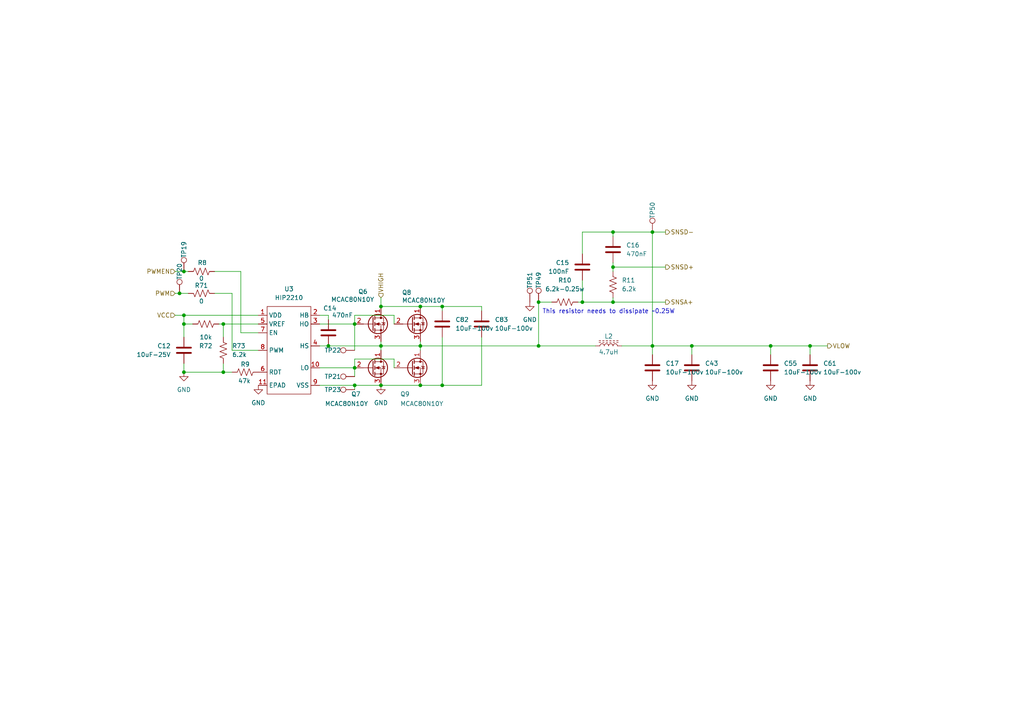
<source format=kicad_sch>
(kicad_sch (version 20231120) (generator "eeschema") (generator_version "8.0")
  (paper "A4")
  (lib_symbols
    (symbol "Connector:TestPoint" (pin_numbers hide) (pin_names (offset 0.762) hide)
      (property "Reference" "TP" (at 0 6.858 0))
      (property "Value" "TestPoint" (at 0 5.08 0))
      (symbol "TestPoint_0_1"
        (circle (center 0 3.302) (radius 0.762))
      )
      (symbol "TestPoint_1_1"
        (pin passive line (at 0 0 90) (length 2.54) (name "1") (number "1"))
      )
    )
    (symbol "Device:C" (pin_numbers hide) (pin_names (offset 0.254))
      (property "Reference" "C" (at 0.635 2.54 0))
      (property "Value" "C" (at 0.635 -2.54 0))
      (symbol "C_0_1"
        (polyline (pts (xy -2.032 -0.762) (xy 2.032 -0.762)) (stroke (width 0.508)))
        (polyline (pts (xy -2.032 0.762) (xy 2.032 0.762)) (stroke (width 0.508)))
      )
      (symbol "C_1_1"
        (pin passive line (at 0 3.81 270) (length 2.794) (name "~") (number "1"))
        (pin passive line (at 0 -3.81 90) (length 2.794) (name "~") (number "2"))
      )
    )
    (symbol "Device:L_Ferrite" (pin_numbers hide) (pin_names (offset 1.016) hide)
      (property "Reference" "L" (at -1.27 0 90))
      (property "Value" "L_Ferrite" (at 2.794 0 90))
      (symbol "L_Ferrite_0_1"
        (arc (start 0 -2.54) (mid 0.6323 -1.905) (end 0 -1.27))
        (arc (start 0 -1.27) (mid 0.6323 -0.635) (end 0 0))
        (polyline (pts (xy 1.016 -2.794) (xy 1.016 -2.286)))
        (polyline (pts (xy 1.016 -1.778) (xy 1.016 -1.27)))
        (polyline (pts (xy 1.016 -0.762) (xy 1.016 -0.254)))
        (polyline (pts (xy 1.016 0.254) (xy 1.016 0.762)))
        (polyline (pts (xy 1.016 1.27) (xy 1.016 1.778)))
        (polyline (pts (xy 1.016 2.286) (xy 1.016 2.794)))
        (polyline (pts (xy 1.524 -2.286) (xy 1.524 -2.794)))
        (polyline (pts (xy 1.524 -1.27) (xy 1.524 -1.778)))
        (polyline (pts (xy 1.524 -0.254) (xy 1.524 -0.762)))
        (polyline (pts (xy 1.524 0.762) (xy 1.524 0.254)))
        (polyline (pts (xy 1.524 1.778) (xy 1.524 1.27)))
        (polyline (pts (xy 1.524 2.794) (xy 1.524 2.286)))
        (arc (start 0 0) (mid 0.6323 0.635) (end 0 1.27))
        (arc (start 0 1.27) (mid 0.6323 1.905) (end 0 2.54))
      )
      (symbol "L_Ferrite_1_1"
        (pin passive line (at 0 3.81 270) (length 1.27) (name "1") (number "1"))
        (pin passive line (at 0 -3.81 90) (length 1.27) (name "2") (number "2"))
      )
    )
    (symbol "Device:R_US" (pin_numbers hide) (pin_names (offset 0))
      (property "Reference" "R" (at 2.54 0 90))
      (property "Value" "R_US" (at -2.54 0 90))
      (symbol "R_US_0_1"
        (polyline (pts (xy 0 -2.286) (xy 0 -2.54)))
        (polyline (pts (xy 0 2.286) (xy 0 2.54)))
        (polyline (pts (xy 0 -0.762) (xy 1.016 -1.143) (xy 0 -1.524) (xy -1.016 -1.905) (xy 0 -2.286)))
        (polyline (pts (xy 0 0.762) (xy 1.016 0.381) (xy 0 0) (xy -1.016 -0.381) (xy 0 -0.762)))
        (polyline (pts (xy 0 2.286) (xy 1.016 1.905) (xy 0 1.524) (xy -1.016 1.143) (xy 0 0.762)))
      )
      (symbol "R_US_1_1"
        (pin passive line (at 0 3.81 270) (length 1.27) (name "~") (number "1"))
        (pin passive line (at 0 -3.81 90) (length 1.27) (name "~") (number "2"))
      )
    )
    (symbol "GateDrivers:HIP2210"
      (property "Reference" "U?" (at -5.588 12.7 0))
      (property "Value" "HIP2210" (at 2.54 12.446 0))
      (symbol "HIP2210_0_1"
        (rectangle (start -6.35 11.43) (end 6.35 -13.97))
      )
      (symbol "HIP2210_1_1"
        (pin power_in line (at -8.89 8.89 0) (length 2.54) (name "VDD") (number "1"))
        (pin output line (at 8.89 -6.35 180) (length 2.54) (name "LO") (number "10"))
        (pin passive line (at -8.89 -11.43 0) (length 2.54) (name "EPAD") (number "11"))
        (pin output line (at 8.89 8.89 180) (length 2.54) (name "HB") (number "2"))
        (pin output line (at 8.89 6.35 180) (length 2.54) (name "HO") (number "3"))
        (pin input line (at 8.89 0 180) (length 2.54) (name "HS") (number "4"))
        (pin power_in line (at -8.89 6.35 0) (length 2.54) (name "VREF") (number "5"))
        (pin input line (at -8.89 -7.62 0) (length 2.54) (name "RDT") (number "6"))
        (pin input line (at -8.89 3.81 0) (length 2.54) (name "EN") (number "7"))
        (pin input line (at -8.89 -1.27 0) (length 2.54) (name "PWM") (number "8"))
        (pin input line (at 8.89 -11.43 180) (length 2.54) (name "VSS") (number "9"))
      )
    )
    (symbol "ProjectMosfets:MCAC80N10Y" (pin_names (offset 0) hide)
      (property "Reference" "Q" (at 5.08 1.27 0))
      (property "Value" "MCAC80N10Y" (at 5.08 -1.27 0))
      (symbol "MCAC80N10Y_0_1"
        (polyline (pts (xy 0.254 0) (xy -2.54 0)))
        (polyline (pts (xy 0.254 1.905) (xy 0.254 -1.905)) (stroke (width 0.254)))
        (polyline (pts (xy 0.762 -1.27) (xy 0.762 -2.286)) (stroke (width 0.254)))
        (polyline (pts (xy 0.762 0.508) (xy 0.762 -0.508)) (stroke (width 0.254)))
        (polyline (pts (xy 0.762 2.286) (xy 0.762 1.27)) (stroke (width 0.254)))
        (polyline (pts (xy 2.54 2.54) (xy 2.54 1.778)))
        (polyline (pts (xy 2.54 -2.54) (xy 2.54 0) (xy 0.762 0)))
        (polyline (pts (xy 0.762 -1.778) (xy 3.302 -1.778) (xy 3.302 1.778) (xy 0.762 1.778)))
        (polyline (pts (xy 1.016 0) (xy 2.032 0.381) (xy 2.032 -0.381) (xy 1.016 0)) (fill (type outline)))
        (polyline (pts (xy 2.794 0.508) (xy 2.921 0.381) (xy 3.683 0.381) (xy 3.81 0.254)))
        (polyline (pts (xy 3.302 0.381) (xy 2.921 -0.254) (xy 3.683 -0.254) (xy 3.302 0.381)))
        (circle (center 1.651 0) (radius 2.794) (stroke (width 0.254)))
        (circle (center 2.54 -1.778) (radius 0.254) (fill (type outline)))
        (circle (center 2.54 1.778) (radius 0.254) (fill (type outline)))
      )
      (symbol "MCAC80N10Y_1_1"
        (pin passive line (at 2.54 5.08 270) (length 2.54) (name "D") (number "1"))
        (pin input line (at -5.08 0 0) (length 2.54) (name "G") (number "2"))
        (pin passive line (at 2.54 -5.08 90) (length 2.54) (name "S") (number "3"))
      )
    )
    (symbol "power:GND" (power) (pin_names (offset 0))
      (property "Value" "GND" (at 0 -3.81 0))
      (symbol "GND_0_1"
        (polyline (pts (xy 0 0) (xy 0 -1.27) (xy 1.27 -1.27) (xy 0 -2.54) (xy -1.27 -1.27) (xy 0 -1.27)))
      )
      (symbol "GND_1_1"
        (pin power_in line (at 0 0 270) (length 0) hide (name "GND") (number "1"))
      )
    )
  )
  (junction (at 121.92 100.33))
  (junction (at 53.34 107.95))
  (junction (at 156.21 87.63))
  (junction (at 102.87 93.98))
  (junction (at 53.34 78.74))
  (junction (at 156.21 100.33))
  (junction (at 102.87 111.76))
  (junction (at 128.27 111.76))
  (junction (at 128.27 88.9))
  (junction (at 110.49 100.33))
  (junction (at 168.91 87.63))
  (junction (at 53.34 93.98))
  (junction (at 64.77 93.98))
  (junction (at 121.92 88.9))
  (junction (at 64.77 107.95))
  (junction (at 95.25 100.33))
  (junction (at 177.8 67.31))
  (junction (at 189.23 67.31))
  (junction (at 53.34 91.44))
  (junction (at 110.49 88.9))
  (junction (at 223.52 100.33))
  (junction (at 121.92 111.76))
  (junction (at 177.8 87.63))
  (junction (at 110.49 111.76))
  (junction (at 52.07 85.09))
  (junction (at 200.66 100.33))
  (junction (at 102.87 106.68))
  (junction (at 234.95 100.33))
  (junction (at 189.23 100.33))
  (junction (at 177.8 77.47))
  (wire (pts (xy 53.34 91.44) (xy 74.93 91.44)))
  (wire (pts (xy 53.34 78.74) (xy 54.61 78.74)))
  (wire (pts (xy 102.87 93.98) (xy 102.87 101.6)))
  (wire (pts (xy 50.8 91.44) (xy 53.34 91.44)))
  (wire (pts (xy 200.66 100.33) (xy 200.66 102.87)))
  (wire (pts (xy 189.23 67.31) (xy 189.23 100.33)))
  (wire (pts (xy 121.92 99.06) (xy 121.92 100.33)))
  (wire (pts (xy 139.7 90.17) (xy 139.7 88.9)))
  (wire (pts (xy 234.95 100.33) (xy 240.03 100.33)))
  (wire (pts (xy 110.49 88.9) (xy 121.92 88.9)))
  (wire (pts (xy 177.8 67.31) (xy 177.8 68.58)))
  (wire (pts (xy 168.91 87.63) (xy 177.8 87.63)))
  (wire (pts (xy 62.23 85.09) (xy 67.31 85.09)))
  (wire (pts (xy 95.25 100.33) (xy 110.49 100.33)))
  (wire (pts (xy 95.25 91.44) (xy 95.25 92.71)))
  (wire (pts (xy 63.5 93.98) (xy 64.77 93.98)))
  (wire (pts (xy 177.8 87.63) (xy 193.04 87.63)))
  (wire (pts (xy 189.23 67.31) (xy 177.8 67.31)))
  (wire (pts (xy 223.52 100.33) (xy 223.52 102.87)))
  (wire (pts (xy 110.49 100.33) (xy 110.49 101.6)))
  (wire (pts (xy 110.49 111.76) (xy 121.92 111.76)))
  (wire (pts (xy 160.02 87.63) (xy 156.21 87.63)))
  (wire (pts (xy 92.71 100.33) (xy 95.25 100.33)))
  (wire (pts (xy 128.27 90.17) (xy 128.27 88.9)))
  (wire (pts (xy 69.85 96.52) (xy 74.93 96.52)))
  (wire (pts (xy 92.71 106.68) (xy 102.87 106.68)))
  (wire (pts (xy 114.3 93.98) (xy 114.3 91.44)))
  (wire (pts (xy 128.27 97.79) (xy 128.27 111.76)))
  (wire (pts (xy 200.66 100.33) (xy 223.52 100.33)))
  (wire (pts (xy 234.95 100.33) (xy 234.95 102.87)))
  (wire (pts (xy 102.87 111.76) (xy 102.87 113.03)))
  (wire (pts (xy 114.3 106.68) (xy 114.3 104.14)))
  (wire (pts (xy 64.77 93.98) (xy 64.77 97.79)))
  (wire (pts (xy 102.87 106.68) (xy 102.87 109.22)))
  (wire (pts (xy 114.3 91.44) (xy 102.87 91.44)))
  (wire (pts (xy 53.34 93.98) (xy 55.88 93.98)))
  (wire (pts (xy 64.77 107.95) (xy 67.31 107.95)))
  (wire (pts (xy 67.31 85.09) (xy 67.31 101.6)))
  (wire (pts (xy 156.21 87.63) (xy 156.21 100.33)))
  (wire (pts (xy 53.34 105.41) (xy 53.34 107.95)))
  (wire (pts (xy 121.92 100.33) (xy 121.92 101.6)))
  (wire (pts (xy 110.49 99.06) (xy 110.49 100.33)))
  (wire (pts (xy 92.71 111.76) (xy 102.87 111.76)))
  (wire (pts (xy 62.23 78.74) (xy 69.85 78.74)))
  (wire (pts (xy 168.91 81.28) (xy 168.91 87.63)))
  (wire (pts (xy 168.91 67.31) (xy 168.91 73.66)))
  (wire (pts (xy 53.34 107.95) (xy 64.77 107.95)))
  (wire (pts (xy 189.23 100.33) (xy 189.23 102.87)))
  (wire (pts (xy 53.34 93.98) (xy 53.34 97.79)))
  (wire (pts (xy 177.8 67.31) (xy 168.91 67.31)))
  (wire (pts (xy 128.27 88.9) (xy 139.7 88.9)))
  (wire (pts (xy 121.92 88.9) (xy 128.27 88.9)))
  (wire (pts (xy 110.49 86.36) (xy 110.49 88.9)))
  (wire (pts (xy 53.34 91.44) (xy 53.34 93.98)))
  (wire (pts (xy 52.07 85.09) (xy 54.61 85.09)))
  (wire (pts (xy 50.8 85.09) (xy 52.07 85.09)))
  (wire (pts (xy 156.21 100.33) (xy 172.72 100.33)))
  (wire (pts (xy 139.7 111.76) (xy 128.27 111.76)))
  (wire (pts (xy 177.8 86.36) (xy 177.8 87.63)))
  (wire (pts (xy 102.87 111.76) (xy 110.49 111.76)))
  (wire (pts (xy 102.87 91.44) (xy 102.87 93.98)))
  (wire (pts (xy 223.52 100.33) (xy 234.95 100.33)))
  (wire (pts (xy 128.27 111.76) (xy 121.92 111.76)))
  (wire (pts (xy 102.87 104.14) (xy 102.87 106.68)))
  (wire (pts (xy 189.23 100.33) (xy 200.66 100.33)))
  (wire (pts (xy 193.04 67.31) (xy 189.23 67.31)))
  (wire (pts (xy 180.34 100.33) (xy 189.23 100.33)))
  (wire (pts (xy 121.92 100.33) (xy 156.21 100.33)))
  (wire (pts (xy 110.49 100.33) (xy 121.92 100.33)))
  (wire (pts (xy 177.8 77.47) (xy 177.8 78.74)))
  (wire (pts (xy 67.31 101.6) (xy 74.93 101.6)))
  (wire (pts (xy 167.64 87.63) (xy 168.91 87.63)))
  (wire (pts (xy 177.8 77.47) (xy 193.04 77.47)))
  (wire (pts (xy 92.71 91.44) (xy 95.25 91.44)))
  (wire (pts (xy 64.77 105.41) (xy 64.77 107.95)))
  (wire (pts (xy 64.77 93.98) (xy 74.93 93.98)))
  (wire (pts (xy 92.71 93.98) (xy 102.87 93.98)))
  (wire (pts (xy 177.8 76.2) (xy 177.8 77.47)))
  (wire (pts (xy 50.8 78.74) (xy 53.34 78.74)))
  (wire (pts (xy 114.3 104.14) (xy 102.87 104.14)))
  (wire (pts (xy 69.85 78.74) (xy 69.85 96.52)))
  (wire (pts (xy 139.7 97.79) (xy 139.7 111.76)))
  (text "This resistor needs to dissipate ~0.25W" (at 176.53 90.424 0) (effects (font (size 1.27 1.27))))
  (hierarchical_label "PWMEN" (shape input) (at 50.8 78.74 180))
  (hierarchical_label "SNSA+" (shape output) (at 193.04 87.63 0))
  (hierarchical_label "VCC" (shape input) (at 50.8 91.44 180))
  (hierarchical_label "SNSD-" (shape output) (at 193.04 67.31 0))
  (hierarchical_label "SNSD+" (shape output) (at 193.04 77.47 0))
  (hierarchical_label "VLOW" (shape output) (at 240.03 100.33 0))
  (hierarchical_label "VHIGH" (shape input) (at 110.49 86.36 90))
  (hierarchical_label "PWM" (shape input) (at 50.8 85.09 180))
  (symbol (lib_id "Device:R_US") (at 71.12 107.95 90) (unit 1)
    (property "Reference" "R9" (at 71.12 105.664 90))
    (property "Value" "47k" (at 70.866 110.49 90))
    (property "Footprint" "Resistor_SMD:R_0603_1608Metric" (effects (hide yes)))
    (property "Description" "Resistor, US symbol" (effects (hide yes)))
    (property "Digikey" "N/A" (effects (hide yes)))
    (property "LCSC" "C25819" (effects (hide yes)))
  )
  (symbol (lib_id "Device:C") (at 168.91 77.47 0) (mirror y) (unit 1)
    (property "Reference" "C15" (at 165.1 76.1999 0) (effects (justify left)))
    (property "Value" "100nF" (at 165.1 78.7399 0) (effects (justify left)))
    (property "Footprint" "Capacitor_SMD:C_0603_1608Metric" (effects (hide yes)))
    (property "Description" "Unpolarized capacitor" (effects (hide yes)))
    (property "LCSC" "C14663" (effects (hide yes)))
    (property "Digikey" "N/A" (effects (hide yes)))
  )
  (symbol (lib_id "power:GND") (at 153.67 87.63 0) (unit 1)
    (property "Reference" "#PWR0140" (effects (hide yes)))
    (property "Value" "GND" (at 153.67 92.71 0))
    (property "Description" "Power symbol creates a global label with name \"GND\" , ground" (effects (hide yes)))
  )
  (symbol (lib_id "Connector:TestPoint") (at 53.34 78.74 0) (unit 1)
    (property "Reference" "TP19" (at 53.34 72.39 90))
    (property "Value" "TestPoint" (effects (hide yes)))
    (property "Footprint" "TestPoint:TestPoint_Pad_D1.0mm" (effects (hide yes)))
    (property "Description" "test point" (effects (hide yes)))
    (property "LCSC" "N/A" (effects (hide yes)))
  )
  (symbol (lib_id "Device:L_Ferrite") (at 176.53 100.33 90) (unit 1)
    (property "Reference" "L2" (at 176.53 97.536 90))
    (property "Value" "4.7uH" (at 176.53 102.108 90))
    (property "Footprint" "Inductors:Bournes_L_PQ2614BLA" (effects (hide yes)))
    (property "Description" "Inductor with ferrite core" (effects (hide yes)))
    (property "Digikey" "PQ2614BLA-3R3K-ND" (effects (hide yes)))
    (property "LCSC" "N/A" (effects (hide yes)))
  )
  (symbol (lib_id "Device:C") (at 53.34 101.6 0) (mirror y) (unit 1)
    (property "Reference" "C12" (at 49.53 100.3299 0) (effects (justify left)))
    (property "Value" "10uF-25V" (at 49.53 102.8699 0) (effects (justify left)))
    (property "Footprint" "Capacitor_SMD:C_0603_1608Metric" (effects (hide yes)))
    (property "Description" "Unpolarized capacitor" (effects (hide yes)))
    (property "Digikey" "N/A" (effects (hide yes)))
    (property "LCSC" "C96446" (effects (hide yes)))
  )
  (symbol (lib_id "power:GND") (at 200.66 110.49 0) (unit 1)
    (property "Reference" "#PWR069" (effects (hide yes)))
    (property "Value" "GND" (at 200.66 115.57 0))
    (property "Description" "Power symbol creates a global label with name \"GND\" , ground" (effects (hide yes)))
  )
  (symbol (lib_id "Connector:TestPoint") (at 52.07 85.09 0) (unit 1)
    (property "Reference" "TP20" (at 52.07 78.74 90))
    (property "Value" "TestPoint" (effects (hide yes)))
    (property "Footprint" "TestPoint:TestPoint_Pad_D1.0mm" (effects (hide yes)))
    (property "Description" "test point" (effects (hide yes)))
    (property "LCSC" "N/A" (effects (hide yes)))
  )
  (symbol (lib_id "Device:R_US") (at 58.42 85.09 270) (mirror x) (unit 1)
    (property "Reference" "R71" (at 58.42 82.804 90))
    (property "Value" "0" (at 58.42 87.376 90))
    (property "Footprint" "Resistor_SMD:R_0603_1608Metric" (effects (hide yes)))
    (property "Description" "Resistor, US symbol" (effects (hide yes)))
    (property "Digikey" "N/A" (effects (hide yes)))
    (property "LCSC" "C21189" (effects (hide yes)))
  )
  (symbol (lib_id "Device:C") (at 139.7 93.98 0) (unit 1)
    (property "Reference" "C83" (at 143.51 92.7099 0) (effects (justify left)))
    (property "Value" "10uF-100v" (at 143.51 95.2499 0) (effects (justify left)))
    (property "Footprint" "Capacitor_SMD:C_1210_3225Metric_Pad1.33x2.70mm_HandSolder" (effects (hide yes)))
    (property "Description" "Unpolarized capacitor" (effects (hide yes)))
    (property "Digikey" "445-CGA6P1X7R1N106M250ACCT-ND" (effects (hide yes)))
    (property "LCSC" "C576517" (effects (hide yes)))
  )
  (symbol (lib_id "power:GND") (at 74.93 111.76 0) (unit 1)
    (property "Reference" "#PWR049" (effects (hide yes)))
    (property "Value" "GND" (at 74.93 116.84 0))
    (property "Description" "Power symbol creates a global label with name \"GND\" , ground" (effects (hide yes)))
  )
  (symbol (lib_id "power:GND") (at 234.95 110.49 0) (unit 1)
    (property "Reference" "#PWR087" (effects (hide yes)))
    (property "Value" "GND" (at 234.95 115.57 0))
    (property "Description" "Power symbol creates a global label with name \"GND\" , ground" (effects (hide yes)))
  )
  (symbol (lib_id "Device:R_US") (at 177.8 82.55 0) (unit 1)
    (property "Reference" "R11" (at 180.34 81.2799 0) (effects (justify left)))
    (property "Value" "6.2k" (at 180.34 83.8199 0) (effects (justify left)))
    (property "Footprint" "Resistor_SMD:R_0603_1608Metric" (effects (hide yes)))
    (property "Description" "Resistor, US symbol" (effects (hide yes)))
    (property "Digikey" "N/A" (effects (hide yes)))
    (property "LCSC" "C4260" (effects (hide yes)))
  )
  (symbol (lib_id "ProjectMosfets:MCAC80N10Y") (at 107.95 106.68 0) (unit 1)
    (property "Reference" "Q7" (at 101.854 114.3 0) (effects (justify left)))
    (property "Value" "MCAC80N10Y" (at 94.234 117.094 0) (effects (justify left)))
    (property "Footprint" "Mosfets:TRANS_BSC076N06NS3-G" (effects (hide yes)))
    (property "Datasheet" "https://www.mccsemi.com/pdf/Products/MCAC80N10Y(DFN5060).pdf" (effects (hide yes)))
    (property "Description" "N-MOSFET transistor, drain/gate/source" (effects (hide yes)))
    (property "Digikey" "353-MCAC80N10Y-TPCT-ND" (effects (hide yes)))
    (property "LCSC" "N/A" (effects (hide yes)))
    (property "DigiKey" "353-MCAC80N10Y-TPCT-ND" (effects (hide yes)))
  )
  (symbol (lib_id "Connector:TestPoint") (at 156.21 87.63 0) (unit 1)
    (property "Reference" "TP49" (at 156.21 81.28 90))
    (property "Value" "TestPoint" (effects (hide yes)))
    (property "Footprint" "TestPoint:TestPoint_Pad_D1.0mm" (effects (hide yes)))
    (property "Description" "test point" (effects (hide yes)))
    (property "LCSC" "N/A" (effects (hide yes)))
  )
  (symbol (lib_id "Device:C") (at 200.66 106.68 0) (unit 1)
    (property "Reference" "C43" (at 204.47 105.4099 0) (effects (justify left)))
    (property "Value" "10uF-100v" (at 204.47 107.9499 0) (effects (justify left)))
    (property "Footprint" "Capacitor_SMD:C_1210_3225Metric_Pad1.33x2.70mm_HandSolder" (effects (hide yes)))
    (property "Description" "Unpolarized capacitor" (effects (hide yes)))
    (property "Digikey" "445-CGA6P1X7R1N106M250ACCT-ND" (effects (hide yes)))
    (property "LCSC" "C576517" (effects (hide yes)))
  )
  (symbol (lib_id "Connector:TestPoint") (at 102.87 113.03 90) (unit 1)
    (property "Reference" "TP23" (at 96.52 113.03 90))
    (property "Value" "TestPoint" (effects (hide yes)))
    (property "Footprint" "TestPoint:TestPoint_Pad_D1.0mm" (effects (hide yes)))
    (property "Description" "test point" (effects (hide yes)))
    (property "LCSC" "N/A" (effects (hide yes)))
  )
  (symbol (lib_id "Connector:TestPoint") (at 189.23 67.31 0) (unit 1)
    (property "Reference" "TP50" (at 189.23 60.96 90))
    (property "Value" "TestPoint" (effects (hide yes)))
    (property "Footprint" "TestPoint:TestPoint_Pad_D1.0mm" (effects (hide yes)))
    (property "Description" "test point" (effects (hide yes)))
    (property "LCSC" "N/A" (effects (hide yes)))
  )
  (symbol (lib_id "Device:R_US") (at 58.42 78.74 270) (unit 1)
    (property "Reference" "R8" (at 58.674 76.2 90))
    (property "Value" "0" (at 58.42 80.772 90))
    (property "Footprint" "Resistor_SMD:R_0603_1608Metric" (effects (hide yes)))
    (property "Description" "Resistor, US symbol" (effects (hide yes)))
    (property "Digikey" "N/A" (effects (hide yes)))
    (property "LCSC" "C21189" (effects (hide yes)))
  )
  (symbol (lib_id "ProjectMosfets:MCAC80N10Y") (at 107.95 93.98 0) (unit 1)
    (property "Reference" "Q6" (at 103.886 84.582 0) (effects (justify left)))
    (property "Value" "MCAC80N10Y" (at 96.012 86.868 0) (effects (justify left)))
    (property "Footprint" "Mosfets:TRANS_BSC076N06NS3-G" (effects (hide yes)))
    (property "Datasheet" "https://www.mccsemi.com/pdf/Products/MCAC80N10Y(DFN5060).pdf" (effects (hide yes)))
    (property "Description" "N-MOSFET transistor, drain/gate/source" (effects (hide yes)))
    (property "Digikey" "353-MCAC80N10Y-TPCT-ND" (effects (hide yes)))
    (property "LCSC" "N/A" (effects (hide yes)))
    (property "DigiKey" "353-MCAC80N10Y-TPCT-ND" (effects (hide yes)))
  )
  (symbol (lib_id "Device:C") (at 189.23 106.68 0) (unit 1)
    (property "Reference" "C17" (at 193.04 105.4099 0) (effects (justify left)))
    (property "Value" "10uF-100v" (at 193.04 107.9499 0) (effects (justify left)))
    (property "Footprint" "Capacitor_SMD:C_1210_3225Metric_Pad1.33x2.70mm_HandSolder" (effects (hide yes)))
    (property "Description" "Unpolarized capacitor" (effects (hide yes)))
    (property "Digikey" "445-CGA6P1X7R1N106M250ACCT-ND" (effects (hide yes)))
    (property "LCSC" "C576517" (effects (hide yes)))
  )
  (symbol (lib_id "Device:C") (at 95.25 96.52 0) (unit 1)
    (property "Reference" "C14" (at 93.726 89.408 0) (effects (justify left)))
    (property "Value" "470nF" (at 96.266 91.44 0) (effects (justify left)))
    (property "Footprint" "Capacitor_SMD:C_0603_1608Metric" (effects (hide yes)))
    (property "Description" "Unpolarized capacitor" (effects (hide yes)))
    (property "Digikey" "N/A" (effects (hide yes)))
    (property "LCSC" "C1623" (effects (hide yes)))
  )
  (symbol (lib_id "Connector:TestPoint") (at 102.87 109.22 90) (unit 1)
    (property "Reference" "TP21" (at 96.52 109.22 90))
    (property "Value" "TestPoint" (effects (hide yes)))
    (property "Footprint" "TestPoint:TestPoint_Pad_D1.0mm" (effects (hide yes)))
    (property "Description" "test point" (effects (hide yes)))
    (property "LCSC" "N/A" (effects (hide yes)))
  )
  (symbol (lib_id "power:GND") (at 223.52 110.49 0) (unit 1)
    (property "Reference" "#PWR081" (effects (hide yes)))
    (property "Value" "GND" (at 223.52 115.57 0))
    (property "Description" "Power symbol creates a global label with name \"GND\" , ground" (effects (hide yes)))
  )
  (symbol (lib_id "Device:R_US") (at 59.69 93.98 90) (unit 1)
    (property "Reference" "R72" (at 59.69 100.33 90))
    (property "Value" "10k" (at 59.69 97.79 90))
    (property "Footprint" "Resistor_SMD:R_0603_1608Metric" (effects (hide yes)))
    (property "Description" "Resistor, US symbol" (effects (hide yes)))
    (property "LCSC" "C25804" (effects (hide yes)))
    (property "Digikey" "N/A" (effects (hide yes)))
  )
  (symbol (lib_id "Device:C") (at 177.8 72.39 0) (unit 1)
    (property "Reference" "C16" (at 181.61 71.1199 0) (effects (justify left)))
    (property "Value" "470nF" (at 181.61 73.6599 0) (effects (justify left)))
    (property "Footprint" "Capacitor_SMD:C_0603_1608Metric" (effects (hide yes)))
    (property "Description" "Unpolarized capacitor" (effects (hide yes)))
    (property "Digikey" "N/A" (effects (hide yes)))
    (property "LCSC" "C1623" (effects (hide yes)))
  )
  (symbol (lib_id "power:GND") (at 189.23 110.49 0) (unit 1)
    (property "Reference" "#PWR051" (effects (hide yes)))
    (property "Value" "GND" (at 189.23 115.57 0))
    (property "Description" "Power symbol creates a global label with name \"GND\" , ground" (effects (hide yes)))
  )
  (symbol (lib_id "ProjectMosfets:MCAC80N10Y") (at 119.38 93.98 0) (unit 1)
    (property "Reference" "Q8" (at 116.586 84.836 0) (effects (justify left)))
    (property "Value" "MCAC80N10Y" (at 116.586 87.122 0) (effects (justify left)))
    (property "Footprint" "Mosfets:TRANS_BSC076N06NS3-G" (effects (hide yes)))
    (property "Datasheet" "https://www.mccsemi.com/pdf/Products/MCAC80N10Y(DFN5060).pdf" (effects (hide yes)))
    (property "Description" "N-MOSFET transistor, drain/gate/source" (effects (hide yes)))
    (property "Digikey" "353-MCAC80N10Y-TPCT-ND" (effects (hide yes)))
    (property "LCSC" "N/A" (effects (hide yes)))
    (property "DigiKey" "353-MCAC80N10Y-TPCT-ND" (effects (hide yes)))
  )
  (symbol (lib_id "Device:R_US") (at 163.83 87.63 90) (unit 1)
    (property "Reference" "R10" (at 163.83 81.28 90))
    (property "Value" "6.2k-0.25w" (at 163.83 83.82 90))
    (property "Footprint" "Resistor_SMD:R_1206_3216Metric_Pad1.30x1.75mm_HandSolder" (effects (hide yes)))
    (property "Description" "Resistor, US symbol" (effects (hide yes)))
    (property "Digikey" "311-6.20KFRCT-ND" (effects (hide yes)))
    (property "LCSC" "C3017007" (effects (hide yes)))
  )
  (symbol (lib_id "ProjectMosfets:MCAC80N10Y") (at 119.38 106.68 0) (unit 1)
    (property "Reference" "Q9" (at 116.078 114.3 0) (effects (justify left)))
    (property "Value" "MCAC80N10Y" (at 116.078 117.094 0) (effects (justify left)))
    (property "Footprint" "Mosfets:TRANS_BSC076N06NS3-G" (effects (hide yes)))
    (property "Datasheet" "https://www.mccsemi.com/pdf/Products/MCAC80N10Y(DFN5060).pdf" (effects (hide yes)))
    (property "Description" "N-MOSFET transistor, drain/gate/source" (effects (hide yes)))
    (property "Digikey" "353-MCAC80N10Y-TPCT-ND" (effects (hide yes)))
    (property "LCSC" "N/A" (effects (hide yes)))
    (property "DigiKey" "353-MCAC80N10Y-TPCT-ND" (effects (hide yes)))
  )
  (symbol (lib_id "Connector:TestPoint") (at 153.67 87.63 0) (unit 1)
    (property "Reference" "TP51" (at 153.67 81.28 90))
    (property "Value" "TestPoint" (effects (hide yes)))
    (property "Footprint" "TestPoint:TestPoint_Pad_D1.0mm" (effects (hide yes)))
    (property "Description" "test point" (effects (hide yes)))
    (property "LCSC" "N/A" (effects (hide yes)))
  )
  (symbol (lib_id "Device:C") (at 223.52 106.68 0) (unit 1)
    (property "Reference" "C55" (at 227.33 105.4099 0) (effects (justify left)))
    (property "Value" "10uF-100v" (at 227.33 107.9499 0) (effects (justify left)))
    (property "Footprint" "Capacitor_SMD:C_1210_3225Metric_Pad1.33x2.70mm_HandSolder" (effects (hide yes)))
    (property "Description" "Unpolarized capacitor" (effects (hide yes)))
    (property "Digikey" "445-CGA6P1X7R1N106M250ACCT-ND" (effects (hide yes)))
    (property "LCSC" "C576517" (effects (hide yes)))
  )
  (symbol (lib_id "power:GND") (at 53.34 107.95 0) (unit 1)
    (property "Reference" "#PWR048" (effects (hide yes)))
    (property "Value" "GND" (at 53.34 113.03 0))
    (property "Description" "Power symbol creates a global label with name \"GND\" , ground" (effects (hide yes)))
  )
  (symbol (lib_id "power:GND") (at 110.49 111.76 0) (unit 1)
    (property "Reference" "#PWR050" (effects (hide yes)))
    (property "Value" "GND" (at 110.49 116.84 0))
    (property "Description" "Power symbol creates a global label with name \"GND\" , ground" (effects (hide yes)))
  )
  (symbol (lib_id "Device:C") (at 128.27 93.98 0) (unit 1)
    (property "Reference" "C82" (at 132.08 92.7099 0) (effects (justify left)))
    (property "Value" "10uF-100v" (at 132.08 95.2499 0) (effects (justify left)))
    (property "Footprint" "Capacitor_SMD:C_1210_3225Metric_Pad1.33x2.70mm_HandSolder" (effects (hide yes)))
    (property "Description" "Unpolarized capacitor" (effects (hide yes)))
    (property "Digikey" "445-CGA6P1X7R1N106M250ACCT-ND" (effects (hide yes)))
    (property "LCSC" "C576517" (effects (hide yes)))
  )
  (symbol (lib_id "Device:C") (at 234.95 106.68 0) (unit 1)
    (property "Reference" "C61" (at 238.76 105.4099 0) (effects (justify left)))
    (property "Value" "10uF-100v" (at 238.76 107.9499 0) (effects (justify left)))
    (property "Footprint" "Capacitor_SMD:C_1210_3225Metric_Pad1.33x2.70mm_HandSolder" (effects (hide yes)))
    (property "Description" "Unpolarized capacitor" (effects (hide yes)))
    (property "Digikey" "445-CGA6P1X7R1N106M250ACCT-ND" (effects (hide yes)))
    (property "LCSC" "C576517" (effects (hide yes)))
  )
  (symbol (lib_id "GateDrivers:HIP2210") (at 83.82 100.33 0) (unit 1)
    (property "Reference" "U3" (at 83.82 83.82 0))
    (property "Value" "HIP2210" (at 83.82 86.36 0))
    (property "Footprint" "DFN:TDFN-10-1EP_4x4mm_P0.8mm_EP2.6x3mm" (effects (hide yes)))
    (property "Datasheet" "https://www.renesas.com/us/en/document/dst/hip2210-hip2211-datasheet?r=1320376" (effects (hide yes)))
    (property "Digikey" "20-HIP2210FRTZ-TCT-ND" (effects (hide yes)))
    (property "LCSC" "N/A" (effects (hide yes)))
  )
  (symbol (lib_id "Connector:TestPoint") (at 102.87 101.6 90) (unit 1)
    (property "Reference" "TP22" (at 96.52 101.6 90))
    (property "Value" "TestPoint" (effects (hide yes)))
    (property "Footprint" "TestPoint:TestPoint_Pad_D1.0mm" (effects (hide yes)))
    (property "Description" "test point" (effects (hide yes)))
    (property "LCSC" "N/A" (effects (hide yes)))
  )
  (symbol (lib_id "Device:R_US") (at 64.77 101.6 0) (unit 1)
    (property "Reference" "R73" (at 67.31 100.3299 0) (effects (justify left)))
    (property "Value" "6.2k" (at 67.31 102.8699 0) (effects (justify left)))
    (property "Footprint" "Resistor_SMD:R_0603_1608Metric" (effects (hide yes)))
    (property "Description" "Resistor, US symbol" (effects (hide yes)))
    (property "Digikey" "N/A" (effects (hide yes)))
    (property "LCSC" "C4260" (effects (hide yes)))
  )
)
</source>
